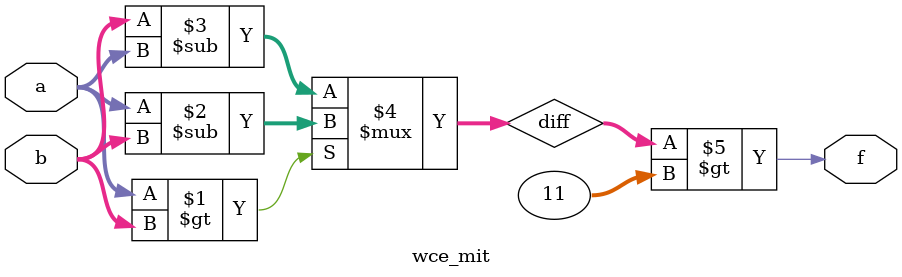
<source format=v>
module wce_mit(a, b, f);
parameter _bit = 9;
parameter wce = 11;
input [_bit - 1: 0] a;
input [_bit - 1: 0] b;
output f;
wire [_bit - 1: 0] diff;
assign diff = (a > b)? (a - b): (b - a);
assign f = (diff > wce);
endmodule

</source>
